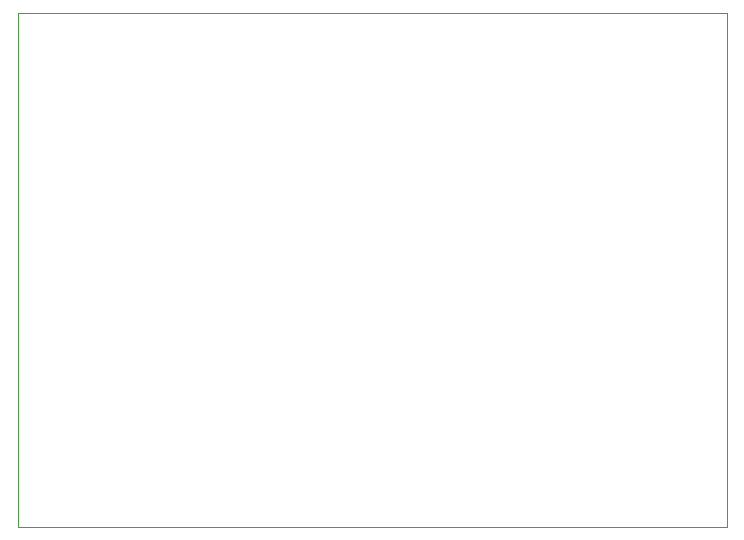
<source format=gbr>
%TF.GenerationSoftware,Altium Limited,Altium Designer,23.9.2 (47)*%
G04 Layer_Color=0*
%FSLAX45Y45*%
%MOMM*%
%TF.SameCoordinates,069DA617-DDAF-4FD6-95A1-D134820B9D42*%
%TF.FilePolarity,Positive*%
%TF.FileFunction,Profile,NP*%
%TF.Part,Single*%
G01*
G75*
%TA.AperFunction,Profile*%
%ADD25C,0.02540*%
D25*
X0Y0D02*
X6000000D01*
Y4350000D01*
X0D01*
Y0D01*
%TF.MD5,794084977d253a84d0b04ef438dd8a15*%
M02*

</source>
